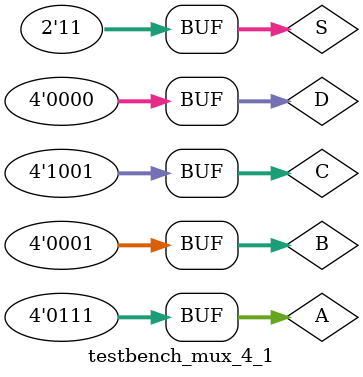
<source format=v>
`timescale 1ns / 1ps

module testbench_mux_4_1();
reg[1:0] S;
reg[3:0] A;
reg[3:0] B;
reg[3:0] C;
reg[3:0] D;
wire[3:0] Y;

mux_4_1 test_mux_4(S, A, B, C, D, Y);

initial begin
A [3:0] = 4'b0111;
B [3:0] = 4'b0001;
C [3:0] = 4'b1001;
D [3:0] = 4'b0000;

#100 S = 2'b00;
#100 S = 2'b01;
#100 S = 2'b10;
#100 S = 2'b11;

end
endmodule
</source>
